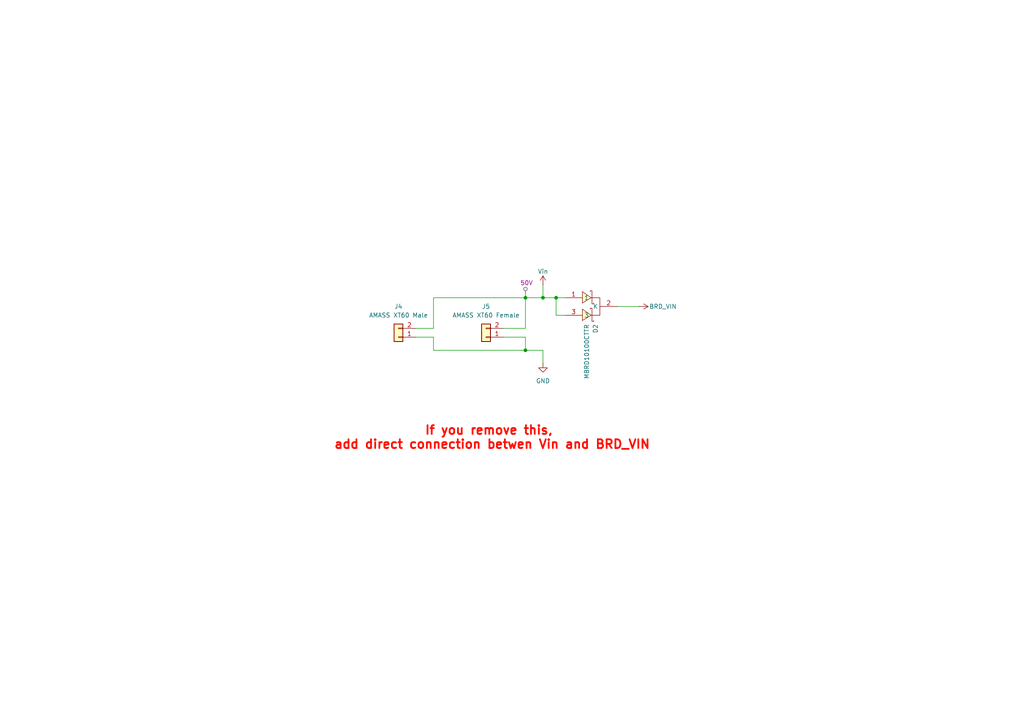
<source format=kicad_sch>
(kicad_sch (version 20250114) (generator "eeschema") (generator_version "9.0")
  (paper "A4")
  (lib_symbols
    (symbol "Connector_Generic:Conn_01x02" (pin_names (offset 1.016) (hide yes))
      (property "Reference" "J" (at 0 2.54 0))
      (property "Value" "Conn_01x02" (at 0 -5.08 0))
      (symbol "Conn_01x02_1_1"
        (rectangle (start -1.27 1.27) (end 1.27 -3.81) (stroke (width 0.254)) (fill (type background)))
        (rectangle (start -1.27 0.127) (end 0 -0.127) (stroke (width 0.1524)))
        (rectangle (start -1.27 -2.413) (end 0 -2.667) (stroke (width 0.1524)))
        (pin passive line (at -5.08 0 0) (length 3.81) (name "Pin_1") (number "1"))
        (pin passive line (at -5.08 -2.54 0) (length 3.81) (name "Pin_2") (number "2"))
      )
    )
    (symbol "SMC_MBRD10100CTTR:MBRD10100CTTR"
      (property "Reference" "D" (at 0 7.62 0))
      (property "Value" "MBRD10100CTTR" (at 0 -7.62 0))
      (symbol "MBRD10100CTTR_0_1"
        (polyline (pts (xy -2.54 1.02) (xy 0 2.54) (xy -2.54 4.32) (xy -2.54 1.02)) (fill (type background)))
        (polyline (pts (xy -2.54 -4.06) (xy 0 -2.54) (xy -2.54 -0.76) (xy -2.54 -4.06)) (fill (type background)))
        (polyline (pts (xy 0 2.54) (xy 2.54 2.54) (xy 2.54 -2.54) (xy 0 -2.54)))
        (polyline (pts (xy 0.76 1.02) (xy 0.76 0.76) (xy 0.25 0.76) (xy 0.25 4.57) (xy -0.25 4.57) (xy -0.25 4.32)))
        (polyline (pts (xy 0.76 -4.06) (xy 0.76 -4.32) (xy 0.25 -4.32) (xy 0.25 -0.51) (xy -0.25 -0.51) (xy -0.25 -0.76)))
        (pin unspecified line (at -7.62 2.54 0) (length 5.08) (name "1") (number "1"))
        (pin unspecified line (at -7.62 -2.54 0) (length 5.08) (name "3") (number "3"))
        (pin unspecified line (at 7.62 0 180) (length 5.08) (name "K") (number "2"))
      )
    )
    (symbol "power:GND" (power) (pin_numbers (hide yes)) (pin_names (offset 0) (hide yes))
      (property "Value" "GND" (at 0 -3.81 0))
      (symbol "GND_0_1"
        (polyline (pts (xy 0 0) (xy 0 -1.27) (xy 1.27 -1.27) (xy 0 -2.54) (xy -1.27 -1.27) (xy 0 -1.27)))
      )
      (symbol "GND_1_1"
        (pin power_in line (at 0 0 270) (length 0) (name "~") (number "1"))
      )
    )
    (symbol "power:VCC" (power) (pin_numbers (hide yes)) (pin_names (offset 0) (hide yes))
      (property "Value" "VCC" (at 0 3.556 0))
      (symbol "VCC_0_1"
        (polyline (pts (xy -0.762 1.27) (xy 0 2.54)))
        (polyline (pts (xy 0 2.54) (xy 0.762 1.27)))
        (polyline (pts (xy 0 0) (xy 0 2.54)))
      )
      (symbol "VCC_1_1"
        (pin power_in line (at 0 0 90) (length 0) (name "~") (number "1"))
      )
    )
  )
  (text "If you remove this, \nadd direct connection betwen Vin and BRD_VIN" (at 142.748 127 0) (effects (font (size 2.54 2.54) (thickness 0.508) (bold yes))))
  (junction (at 161.29 86.36))
  (junction (at 152.4 86.36))
  (junction (at 152.4 101.6))
  (junction (at 157.48 86.36))
  (wire (pts (xy 157.48 101.6) (xy 152.4 101.6)))
  (wire (pts (xy 125.73 101.6) (xy 152.4 101.6)))
  (wire (pts (xy 152.4 97.79) (xy 146.05 97.79)))
  (wire (pts (xy 152.4 95.25) (xy 152.4 86.36)))
  (wire (pts (xy 125.73 97.79) (xy 120.65 97.79)))
  (wire (pts (xy 161.29 86.36) (xy 163.83 86.36)))
  (wire (pts (xy 152.4 86.36) (xy 157.48 86.36)))
  (wire (pts (xy 157.48 86.36) (xy 161.29 86.36)))
  (wire (pts (xy 161.29 91.44) (xy 161.29 86.36)))
  (wire (pts (xy 163.83 91.44) (xy 161.29 91.44)))
  (wire (pts (xy 125.73 101.6) (xy 125.73 97.79)))
  (wire (pts (xy 125.73 95.25) (xy 120.65 95.25)))
  (wire (pts (xy 157.48 82.55) (xy 157.48 86.36)))
  (wire (pts (xy 146.05 95.25) (xy 152.4 95.25)))
  (wire (pts (xy 157.48 101.6) (xy 157.48 105.41)))
  (wire (pts (xy 179.07 88.9) (xy 185.42 88.9)))
  (wire (pts (xy 125.73 86.36) (xy 152.4 86.36)))
  (wire (pts (xy 152.4 101.6) (xy 152.4 97.79)))
  (wire (pts (xy 125.73 86.36) (xy 125.73 95.25)))
  (netclass_flag "" (length 2.54) (shape round) (at 152.4 86.36 0) (property "Netclass" "50V " (at 150.876 82.042 0) (effects (justify left))))
  (symbol (lib_id "Connector_Generic:Conn_01x02") (at 115.57 97.79 180) (unit 1) (in_bom no)
    (property "Reference" "J4" (at 115.57 88.9 0))
    (property "Value" "AMASS XT60 Male" (at 115.57 91.44 0))
    (property "Footprint" "XT60:AMASS_XT60PW-M_1x02_P7.20mm_Horizontal" (effects (hide yes)))
    (property "Description" "Generic connector, single row, 01x02, script generated (kicad-library-utils/schlib/autogen/connector/)" (effects (hide yes)))
    (property "LCSC" "C98732" (effects (hide yes)))
  )
  (symbol (lib_id "power:VCC") (at 185.42 88.9 270) (unit 1)
    (property "Reference" "#PWR041" (effects (hide yes)))
    (property "Value" "BRD_VIN" (at 192.278 88.9 90))
    (property "Description" "Power symbol creates a global label with name \"VCC\"" (effects (hide yes)))
  )
  (symbol (lib_id "Connector_Generic:Conn_01x02") (at 140.97 97.79 180) (unit 1) (in_bom no)
    (property "Reference" "J5" (at 140.97 88.9 0))
    (property "Value" "AMASS XT60 Female" (at 140.97 91.44 0))
    (property "Footprint" "XT60:AMASS_XT60PW-F_1x02_P7.20mm_Horizontal" (effects (hide yes)))
    (property "Description" "Generic connector, single row, 01x02, script generated (kicad-library-utils/schlib/autogen/connector/)" (effects (hide yes)))
    (property "LCSC" "C428722" (effects (hide yes)))
  )
  (symbol (lib_id "power:VCC") (at 157.48 82.55 0) (unit 1)
    (property "Reference" "#PWR039" (effects (hide yes)))
    (property "Value" "Vin" (at 157.48 78.74 0))
    (property "Description" "Power symbol creates a global label with name \"VCC\"" (effects (hide yes)))
  )
  (symbol (lib_id "SMC_MBRD10100CTTR:MBRD10100CTTR") (at 171.45 88.9 0) (unit 1)
    (property "Reference" "D2" (at 172.7201 93.98 90) (effects (justify right)))
    (property "Value" "MBRD10100CTTR" (at 170.1801 93.98 90) (effects (justify right)))
    (property "Footprint" "SMC_MBRD10100CTTR:TO-252-3_L6.5-W5.8-P4.58-TL" (effects (hide yes)))
    (property "Datasheet" "https://lcsc.com/product-detail/Schottky-Barrier-Diodes-SBD_MCC_MBRD10100CTTR_MBRD10100CTTR_C135494.html" (effects (hide yes)))
    (property "LCSC Part" "C135494" (effects (hide yes)))
  )
  (symbol (lib_id "power:GND") (at 157.48 105.41 0) (unit 1)
    (property "Reference" "#PWR040" (effects (hide yes)))
    (property "Value" "GND" (at 157.48 110.49 0))
    (property "Description" "Power symbol creates a global label with name \"GND\" , ground" (effects (hide yes)))
  )
)
</source>
